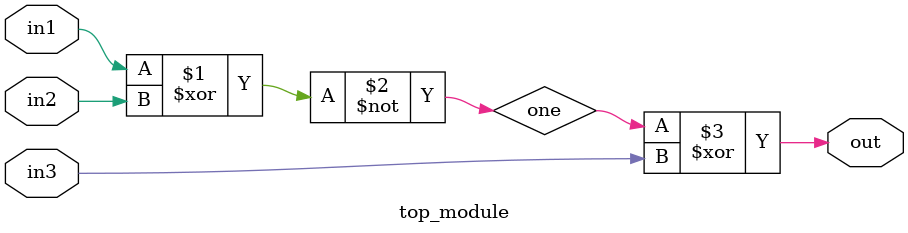
<source format=v>
module top_module (
    input in1,
    input in2,
    input in3,
    output out);
    
	wire one;
    
    assign one = ~(in1^in2);
    assign out = one ^ in3;
    
endmodule

</source>
